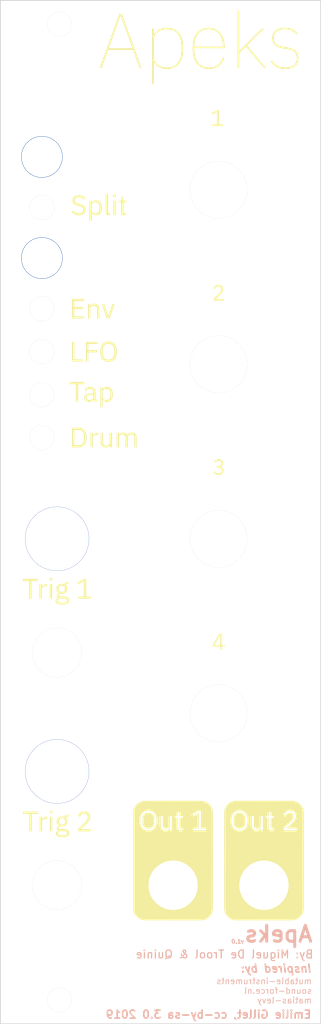
<source format=kicad_pcb>
(kicad_pcb (version 20211014) (generator pcbnew)
  (layers (0 "F.Cu" signal) (31 "B.Cu" signal) (34 "B.Paste" user) (35 "F.Paste" user) (36 "B.SilkS" user "B.Silkscreen") (37 "F.SilkS" user "F.Silkscreen") (38 "B.Mask" user) (39 "F.Mask" user) (44 "Edge.Cuts" user))
  (net 0 "")
  (footprint "Apeks Panel:Apeks Panel" (layer "F.Cu") (at 100 100)
    (fp_text reference "Ref**" hide)
    (fp_text value "Val**" hide)
    (fp_line (start 20.15 64.25) (end 20.15 -64.25) (layer "Edge.Cuts") (width 0.1))
    (fp_line (start -20.15 -64.25) (end -20.15 64.25) (layer "Edge.Cuts") (width 0.1))
    (fp_line (start 20.15 -64.25) (end -20.15 -64.25) (layer "Edge.Cuts") (width 0.1))
    (fp_line (start -20.15 64.25) (end 20.15 64.25) (layer "Edge.Cuts") (width 0.1))
    (pad "1" thru_hole circle (at -13.02 46.85) (size 6.2 6.2) (drill 6.2) (layers *.Cu *.Mask))
    (pad "2" thru_hole circle (at -13.02 32.559998) (size 8.05 8.05) (drill 8) (layers *.Cu *.Mask))
    (pad "3" thru_hole circle (at -13.02 17.639999) (size 6.2 6.2) (drill 6.2) (layers *.Cu *.Mask))
    (pad "4" thru_hole circle (at -13.02 3.349998) (size 8.05 8.05) (drill 8) (layers *.Cu *.Mask))
    (pad "5" thru_hole circle (at -14.93 -9.349998) (size 3.1 3.1) (drill 3.1) (layers *.Cu *.Mask))
    (pad "6" thru_hole circle (at -14.93 -14.75) (size 3.1 3.1) (drill 3.1) (layers *.Cu *.Mask))
    (pad "7" thru_hole circle (at -14.93 -20.150002) (size 3.1 3.1) (drill 3.1) (layers *.Cu *.Mask))
    (pad "8" thru_hole circle (at -14.93 -25.549999) (size 3.1 3.1) (drill 3.1) (layers *.Cu *.Mask))
    (pad "9" thru_hole circle (at -14.93 -31.900002) (size 5.2 5.2) (drill 5.1) (layers *.Cu *.Mask))
    (pad "10" thru_hole circle (at -14.93 -38.25) (size 3.1 3.1) (drill 3.1) (layers *.Cu *.Mask))
    (pad "11" thru_hole circle (at -14.93 -44.6) (size 5.2 5.2) (drill 5.1) (layers *.Cu *.Mask))
    (pad "12" thru_hole circle (at 1.58 46.85) (size 6.2 6.2) (drill 6.2) (layers *.Cu *.Mask))
    (pad "13" thru_hole circle (at 13.01 46.85) (size 6.2 6.2) (drill 6.2) (layers *.Cu *.Mask))
    (pad "14" thru_hole circle (at 7.300001 25.260002) (size 7.2 7.2) (drill 7.2) (layers *.Cu *.Mask))
    (pad "15" thru_hole circle (at 7.300001 3.349998) (size 7.2 7.2) (drill 7.2) (layers *.Cu *.Mask))
    (pad "16" thru_hole circle (at 7.300001 -18.560001) (size 7.2 7.2) (drill 7.2) (layers *.Cu *.Mask))
    (pad "17" thru_hole circle (at 7.300001 -40.469999) (size 7.2 7.2) (drill 7.2) (layers *.Cu *.Mask))
    (pad "18" thru_hole circle (at -12.7 61.25) (size 3.1 3.1) (drill 3.1) (layers *.Cu *.Mask))
    (pad "19" thru_hole circle (at -12.7 -61.25) (size 3.1 3.1) (drill 3.1) (layers *.Cu *.Mask))
  )
  (gr_text "Emilie Gillet, cc-by-sa 3.0 2019" (at 106.0254 163.0762) (layer "B.SilkS") (effects (font (size 1 1) (thickness 0.2)) (justify mirror)))
  (gr_text "mutable-instruments\nsound-force.nl\nmatias-levy\n" (at 119.091 160.0962) (layer "B.SilkS") (effects (font (size 0.75 0.75) (thickness 0.1)) (justify left mirror)))
  (gr_text "v1.0" (at 109.728 153.924) (layer "B.SilkS") (effects (font (size 0.5 0.5) (thickness 0.125) italic) (justify mirror)))
  (gr_text "Inspired by:\n" (at 114.5794 157.3022) (layer "B.SilkS") (effects (font (size 1 1) (thickness 0.2) italic) (justify mirror)))
  (gr_text "Apeks" (at 114.8334 152.9842) (layer "B.SilkS") (effects (font (size 2 2) (thickness 0.375)) (justify mirror)))
  (gr_text "By: Miguel De Trool & Quinie" (at 119.3038 155.5242) (layer "B.SilkS") (effects (font (size 1 1)) (justify left mirror)))
)
</source>
